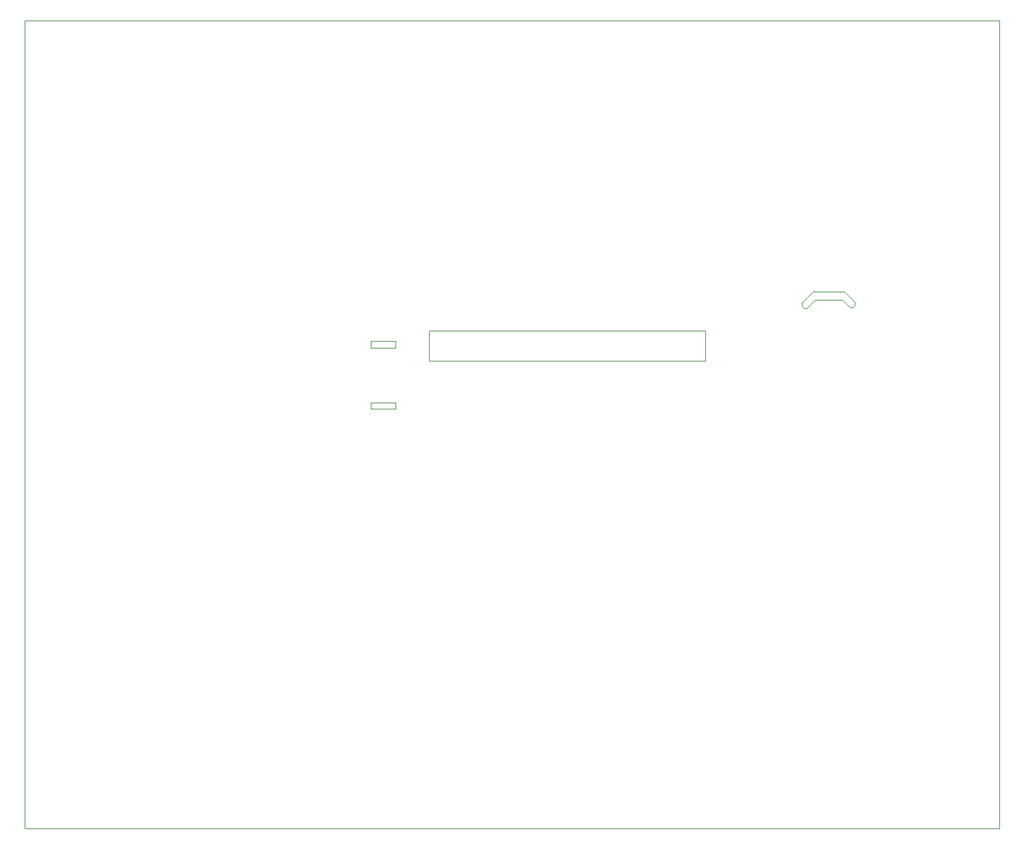
<source format=gbr>
%TF.GenerationSoftware,KiCad,Pcbnew,8.0.4*%
%TF.CreationDate,2024-10-07T13:18:05+07:00*%
%TF.ProjectId,Power_Supply,506f7765-725f-4537-9570-706c792e6b69,rev?*%
%TF.SameCoordinates,Original*%
%TF.FileFunction,Profile,NP*%
%FSLAX46Y46*%
G04 Gerber Fmt 4.6, Leading zero omitted, Abs format (unit mm)*
G04 Created by KiCad (PCBNEW 8.0.4) date 2024-10-07 13:18:05*
%MOMM*%
%LPD*%
G01*
G04 APERTURE LIST*
%TA.AperFunction,Profile*%
%ADD10C,0.100000*%
%TD*%
G04 APERTURE END LIST*
D10*
X89979500Y-78765400D02*
X93052900Y-78765400D01*
X93052900Y-79578200D01*
X89979500Y-79578200D01*
X89979500Y-78765400D01*
X89992200Y-71221600D02*
X93065600Y-71221600D01*
X93065600Y-72034400D01*
X89992200Y-72034400D01*
X89992200Y-71221600D01*
X149480200Y-67047000D02*
X149190200Y-67047000D01*
X97140200Y-69937000D02*
X131270200Y-69937000D01*
X131270200Y-73677000D01*
X97140200Y-73677000D01*
X97140200Y-69937000D01*
X144580200Y-65067000D02*
X148470200Y-65067000D01*
X143224623Y-66422577D02*
X144580200Y-65067000D01*
X149750200Y-66347000D02*
X149750200Y-66777000D01*
X143860200Y-67087000D02*
X143460200Y-67087000D01*
X148230200Y-66087000D02*
X144860200Y-66087000D01*
X143224623Y-66857000D02*
X143224623Y-66422577D01*
X47240200Y-31527000D02*
X167630200Y-31527000D01*
X167630200Y-131457000D01*
X47240200Y-131457000D01*
X47240200Y-31527000D01*
X143460200Y-67087000D02*
X143228468Y-66855268D01*
X149750200Y-66777000D02*
X149480200Y-67047000D01*
X144860200Y-66087000D02*
X143860200Y-67087000D01*
X148470200Y-65067000D02*
X149750200Y-66347000D01*
X149190200Y-67047000D02*
X148230200Y-66087000D01*
M02*

</source>
